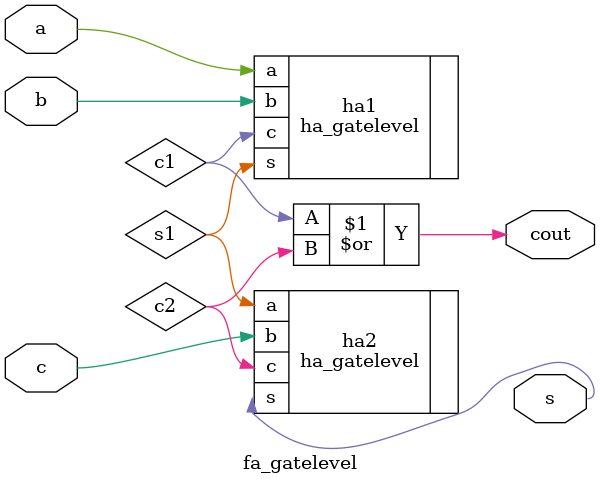
<source format=v>
module fa_gatelevel (s, cout, a, b, c);

output s, cout;
input a, b, c;

wire c1, s1, c2;

ha_gatelevel ha1 (.s(s1), .c(c1), .a(a), .b(b));
ha_gatelevel ha2 (.s(s), .c(c2), .a(s1), .b(c));

or g1 (cout, c1, c2);

endmodule
</source>
